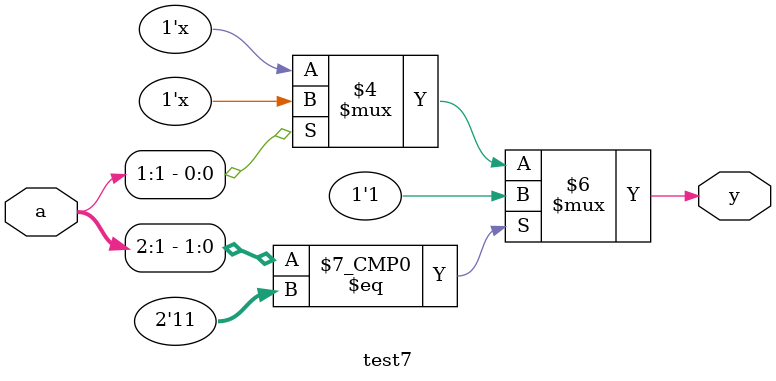
<source format=v>
module test7(
input[2:0]a,
output reg y);
always @(a)
begin
casez(a)
3'b11?: y=1'b1;
3'b11?: y=1'b0;
3'b?1?: y=1'bx;
3'b???: y=1'bz;
endcase
end
endmodule

</source>
